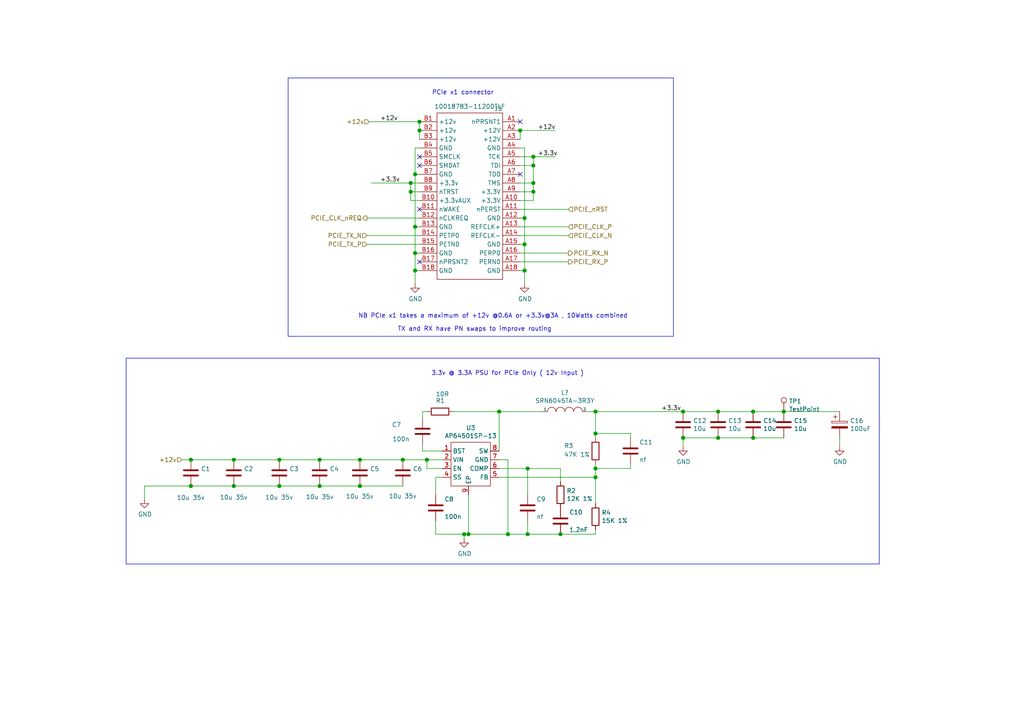
<source format=kicad_sch>
(kicad_sch (version 20250114) (generator "eeschema") (generator_version "9.0")
  (paper "A4")
  (lib_symbols
    (symbol "CM4IO:AP64351"
      (property "Reference" "U" (at 0 8.89 0))
      (property "Value" "AP64351" (at 1.27 6.35 0))
      (symbol "AP64351_0_1"
        (rectangle (start -5.08 5.08) (end 6.35 -7.62))
      )
      (symbol "AP64351_1_1"
        (pin passive line (at -7.62 2.54 0) (length 2.54) (name "BST") (number "1"))
        (pin power_in line (at -7.62 0 0) (length 2.54) (name "VIN") (number "2"))
        (pin input line (at -7.62 -2.54 0) (length 2.54) (name "EN") (number "3"))
        (pin input line (at -7.62 -5.08 0) (length 2.54) (name "SS") (number "4"))
        (pin passive line (at 0 -10.16 90) (length 2.54) (name "EP") (number "9"))
        (pin output line (at 8.89 2.54 180) (length 2.54) (name "SW") (number "8"))
        (pin power_in line (at 8.89 0 180) (length 2.54) (name "GND") (number "7"))
        (pin input line (at 8.89 -2.54 180) (length 2.54) (name "COMP") (number "6"))
        (pin input line (at 8.89 -5.08 180) (length 2.54) (name "FB") (number "5"))
      )
    )
    (symbol "CM4IO:PCIe-x1"
      (property "Reference" "J" (at -13.97 36.83 0))
      (property "Value" "PCIe-x1" (at -5.08 -13.97 0))
      (symbol "PCIe-x1_0_0"
        (pin power_in line (at -19.05 33.02 0) (length 5.08) (name "+12v") (number "B1"))
        (pin power_in line (at -19.05 30.48 0) (length 5.08) (name "+12v") (number "B2"))
        (pin power_in line (at -19.05 27.94 0) (length 5.08) (name "+12v") (number "B3"))
        (pin power_in line (at -19.05 25.4 0) (length 5.08) (name "GND") (number "B4"))
        (pin passive line (at -19.05 22.86 0) (length 5.08) (name "SMCLK") (number "B5"))
        (pin passive line (at -19.05 20.32 0) (length 5.08) (name "SMDAT") (number "B6"))
        (pin power_in line (at -19.05 17.78 0) (length 5.08) (name "GND") (number "B7"))
        (pin power_in line (at -19.05 15.24 0) (length 5.08) (name "+3.3v") (number "B8"))
        (pin input line (at -19.05 12.7 0) (length 5.08) (name "nTRST") (number "B9"))
        (pin power_in line (at -19.05 10.16 0) (length 5.08) (name "+3.3vAUX") (number "B10"))
        (pin open_collector line (at -19.05 7.62 0) (length 5.08) (name "nWAKE") (number "B11"))
        (pin open_collector line (at -19.05 5.08 0) (length 5.08) (name "nCLKREQ") (number "B12"))
        (pin power_in line (at -19.05 2.54 0) (length 5.08) (name "GND") (number "B13"))
        (pin input line (at -19.05 0 0) (length 5.08) (name "PETP0") (number "B14"))
        (pin input line (at -19.05 -2.54 0) (length 5.08) (name "PETN0") (number "B15"))
        (pin power_in line (at -19.05 -5.08 0) (length 5.08) (name "GND") (number "B16"))
        (pin passive line (at -19.05 -7.62 0) (length 5.08) (name "nPRSNT2") (number "B17"))
        (pin power_in line (at -19.05 -10.16 0) (length 5.08) (name "GND") (number "B18"))
        (pin passive line (at 10.16 33.02 180) (length 5.08) (name "nPRSNT1") (number "A1"))
        (pin power_in line (at 10.16 30.48 180) (length 5.08) (name "+12V") (number "A2"))
        (pin power_in line (at 10.16 27.94 180) (length 5.08) (name "+12V") (number "A3"))
        (pin power_in line (at 10.16 25.4 180) (length 5.08) (name "GND") (number "A4"))
        (pin input line (at 10.16 22.86 180) (length 5.08) (name "TCK") (number "A5"))
        (pin input line (at 10.16 20.32 180) (length 5.08) (name "TDI") (number "A6"))
        (pin output line (at 10.16 17.78 180) (length 5.08) (name "TD0") (number "A7"))
        (pin input line (at 10.16 15.24 180) (length 5.08) (name "TMS") (number "A8"))
        (pin power_in line (at 10.16 12.7 180) (length 5.08) (name "+3.3V") (number "A9"))
        (pin power_in line (at 10.16 10.16 180) (length 5.08) (name "+3.3V") (number "A10"))
        (pin input line (at 10.16 7.62 180) (length 5.08) (name "nPERST") (number "A11"))
        (pin power_in line (at 10.16 5.08 180) (length 5.08) (name "GND") (number "A12"))
        (pin input line (at 10.16 2.54 180) (length 5.08) (name "REFCLK+") (number "A13"))
        (pin input line (at 10.16 0 180) (length 5.08) (name "REFCLK-") (number "A14"))
        (pin power_in line (at 10.16 -2.54 180) (length 5.08) (name "GND") (number "A15"))
        (pin output line (at 10.16 -5.08 180) (length 5.08) (name "PERP0") (number "A16"))
        (pin output line (at 10.16 -7.62 180) (length 5.08) (name "PERN0") (number "A17"))
        (pin power_in line (at 10.16 -10.16 180) (length 5.08) (name "GND") (number "A18"))
      )
      (symbol "PCIe-x1_0_1"
        (rectangle (start -13.97 35.56) (end 5.08 -12.7))
      )
    )
    (symbol "Connector:TestPoint" (pin_numbers (hide yes)) (pin_names (offset 0.762) (hide yes))
      (property "Reference" "TP" (at 0 6.858 0))
      (property "Value" "TestPoint" (at 0 5.08 0))
      (symbol "TestPoint_0_1"
        (circle (center 0 3.302) (radius 0.762))
      )
      (symbol "TestPoint_1_1"
        (pin passive line (at 0 0 90) (length 2.54) (name "1") (number "1"))
      )
    )
    (symbol "Device:C" (pin_numbers (hide yes)) (pin_names (offset 0.254))
      (property "Reference" "C" (at 0.635 2.54 0))
      (property "Value" "C" (at 0.635 -2.54 0))
      (symbol "C_0_1"
        (polyline (pts (xy -2.032 0.762) (xy 2.032 0.762)) (stroke (width 0.508)))
        (polyline (pts (xy -2.032 -0.762) (xy 2.032 -0.762)) (stroke (width 0.508)))
      )
      (symbol "C_1_1"
        (pin passive line (at 0 3.81 270) (length 2.794) (name "~") (number "1"))
        (pin passive line (at 0 -3.81 90) (length 2.794) (name "~") (number "2"))
      )
    )
    (symbol "Device:CP" (pin_numbers (hide yes)) (pin_names (offset 0.254))
      (property "Reference" "C" (at 0.635 2.54 0))
      (property "Value" "CP" (at 0.635 -2.54 0))
      (symbol "CP_0_1"
        (rectangle (start -2.286 0.508) (end 2.286 1.016))
        (polyline (pts (xy -1.778 2.286) (xy -0.762 2.286)))
        (polyline (pts (xy -1.27 2.794) (xy -1.27 1.778)))
        (rectangle (start 2.286 -0.508) (end -2.286 -1.016) (fill (type outline)))
      )
      (symbol "CP_1_1"
        (pin passive line (at 0 3.81 270) (length 2.794) (name "~") (number "1"))
        (pin passive line (at 0 -3.81 90) (length 2.794) (name "~") (number "2"))
      )
    )
    (symbol "Device:R" (pin_numbers (hide yes)) (pin_names (offset 0))
      (property "Reference" "R" (at 2.032 0 90))
      (property "Value" "R" (at 0 0 90))
      (symbol "R_0_1"
        (rectangle (start -1.016 -2.54) (end 1.016 2.54) (stroke (width 0.254)))
      )
      (symbol "R_1_1"
        (pin passive line (at 0 3.81 270) (length 1.27) (name "~") (number "1"))
        (pin passive line (at 0 -3.81 90) (length 1.27) (name "~") (number "2"))
      )
    )
    (symbol "power:GND" (power) (pin_names (offset 0))
      (property "Value" "GND" (at 0 -3.81 0))
      (symbol "GND_0_1"
        (polyline (pts (xy 0 0) (xy 0 -1.27) (xy 1.27 -1.27) (xy 0 -2.54) (xy -1.27 -1.27) (xy 0 -1.27)))
      )
      (symbol "GND_1_1"
        (pin power_in line (at 0 0 270) (length 0) (hide yes) (name "GND") (number "1"))
      )
    )
    (symbol "pspice:INDUCTOR" (pin_numbers (hide yes)) (pin_names (offset 0))
      (property "Reference" "L" (at 0 2.54 0))
      (property "Value" "INDUCTOR" (at 0 -1.27 0))
      (symbol "INDUCTOR_0_1"
        (arc (start -5.08 0) (mid -3.81 1.2645) (end -2.54 0))
        (arc (start -2.54 0) (mid -1.27 1.2645) (end 0 0))
        (arc (start 0 0) (mid 1.27 1.2645) (end 2.54 0))
        (arc (start 2.54 0) (mid 3.81 1.2645) (end 5.08 0))
      )
      (symbol "INDUCTOR_1_1"
        (pin input line (at -6.35 0 0) (length 1.27) (name "1") (number "1"))
        (pin input line (at 6.35 0 180) (length 1.27) (name "2") (number "2"))
      )
    )
  )
  (text "TX and RX have PN swaps to improve routing\n" (at 115.316 96.266 0) (effects (font (size 1.27 1.27)) (justify left bottom)))
  (text "NB PCIe x1 takes a maximum of +12v @0.6A or +3.3v@3A , 10Watts combined" (at 103.886 92.456 0) (effects (font (size 1.27 1.27)) (justify left bottom)))
  (text "3.3v @ 3.3A PSU for PCIe Only ( 12v Input )\n\n" (at 125.095 111.125 0) (effects (font (size 1.27 1.27)) (justify left bottom)))
  (text "PCIe x1 connector" (at 143.256 27.686 0) (effects (font (size 1.27 1.27)) (justify right bottom)))
  (junction (at 162.56 154.94) (diameter 1.016))
  (junction (at 120.396 50.546) (diameter 1.016))
  (junction (at 172.72 135.89) (diameter 1.016))
  (junction (at 144.78 119.38) (diameter 1.016))
  (junction (at 81.026 133.35) (diameter 1.016))
  (junction (at 81.026 140.97) (diameter 1.016))
  (junction (at 123.825 133.35) (diameter 1.016))
  (junction (at 67.818 133.35) (diameter 1.016))
  (junction (at 67.818 140.97) (diameter 1.016))
  (junction (at 172.72 138.43) (diameter 1.016))
  (junction (at 172.72 119.38) (diameter 1.016))
  (junction (at 198.12 119.38) (diameter 1.016))
  (junction (at 218.44 127) (diameter 1.016))
  (junction (at 119.126 55.626) (diameter 1.016))
  (junction (at 153.035 154.94) (diameter 1.016))
  (junction (at 120.396 65.786) (diameter 1.016))
  (junction (at 55.372 140.97) (diameter 1.016))
  (junction (at 154.686 55.626) (diameter 1.016))
  (junction (at 104.394 140.97) (diameter 1.016))
  (junction (at 116.84 133.35) (diameter 1.016))
  (junction (at 152.146 70.866) (diameter 1.016))
  (junction (at 208.28 127) (diameter 1.016))
  (junction (at 208.28 119.38) (diameter 1.016))
  (junction (at 119.126 53.086) (diameter 1.016))
  (junction (at 55.372 133.35) (diameter 1.016))
  (junction (at 154.686 53.086) (diameter 1.016))
  (junction (at 227.33 119.38) (diameter 1.016))
  (junction (at 154.686 48.006) (diameter 1.016))
  (junction (at 154.686 45.466) (diameter 1.016))
  (junction (at 150.876 37.846) (diameter 1.016))
  (junction (at 120.396 73.406) (diameter 1.016))
  (junction (at 172.72 125.73) (diameter 1.016))
  (junction (at 198.12 127) (diameter 1.016))
  (junction (at 147.32 154.94) (diameter 1.016))
  (junction (at 121.666 35.306) (diameter 1.016))
  (junction (at 92.71 140.97) (diameter 1.016))
  (junction (at 152.146 63.246) (diameter 1.016))
  (junction (at 135.89 154.94) (diameter 1.016))
  (junction (at 121.666 37.846) (diameter 1.016))
  (junction (at 120.396 78.486) (diameter 1.016))
  (junction (at 104.394 133.35) (diameter 1.016))
  (junction (at 218.44 119.38) (diameter 1.016))
  (junction (at 92.71 133.35) (diameter 1.016))
  (junction (at 152.146 78.486) (diameter 1.016))
  (junction (at 153.035 135.89) (diameter 1.016))
  (junction (at 134.62 154.94) (diameter 1.016))
  (no_connect (at 121.666 45.466))
  (no_connect (at 121.666 60.706))
  (no_connect (at 150.876 50.546))
  (no_connect (at 121.666 48.006))
  (no_connect (at 121.666 75.946))
  (no_connect (at 150.876 35.306))
  (wire (pts (xy 126.365 154.94) (xy 134.62 154.94)))
  (wire (pts (xy 150.876 60.706) (xy 164.846 60.706)))
  (wire (pts (xy 154.686 53.086) (xy 154.686 55.626)))
  (wire (pts (xy 208.28 119.38) (xy 218.44 119.38)))
  (wire (pts (xy 162.56 139.7) (xy 162.56 135.89)))
  (wire (pts (xy 150.876 48.006) (xy 154.686 48.006)))
  (wire (pts (xy 227.33 119.38) (xy 243.5352 119.38)))
  (wire (pts (xy 120.396 65.786) (xy 120.396 73.406)))
  (wire (pts (xy 150.876 75.946) (xy 164.846 75.946)))
  (wire (pts (xy 121.666 63.246) (xy 106.426 63.246)))
  (wire (pts (xy 172.72 154.94) (xy 172.72 153.67)))
  (wire (pts (xy 119.126 53.086) (xy 121.666 53.086)))
  (wire (pts (xy 152.146 78.486) (xy 150.876 78.486)))
  (wire (pts (xy 150.876 40.386) (xy 150.876 37.846)))
  (wire (pts (xy 120.396 42.926) (xy 120.396 50.546)))
  (wire (pts (xy 162.56 154.94) (xy 172.72 154.94)))
  (wire (pts (xy 150.876 73.406) (xy 164.846 73.406)))
  (wire (pts (xy 182.88 125.73) (xy 182.88 127)))
  (wire (pts (xy 172.72 135.89) (xy 172.72 138.43)))
  (wire (pts (xy 152.146 63.246) (xy 152.146 70.866)))
  (wire (pts (xy 121.666 70.866) (xy 106.426 70.866)))
  (wire (pts (xy 150.876 63.246) (xy 152.146 63.246)))
  (wire (pts (xy 41.91 140.97) (xy 41.91 144.78)))
  (wire (pts (xy 120.396 50.546) (xy 120.396 65.786)))
  (polyline (pts (xy 195.326 22.606) (xy 195.326 97.536)) (stroke (width 0) (type solid)))
  (wire (pts (xy 154.686 48.006) (xy 154.686 53.086)))
  (polyline (pts (xy 83.566 22.606) (xy 195.326 22.606)) (stroke (width 0) (type solid)))
  (wire (pts (xy 52.705 133.35) (xy 55.372 133.35)))
  (wire (pts (xy 81.026 140.97) (xy 92.71 140.97)))
  (wire (pts (xy 147.32 154.94) (xy 153.035 154.94)))
  (wire (pts (xy 92.71 140.97) (xy 104.394 140.97)))
  (wire (pts (xy 104.394 140.97) (xy 116.84 140.97)))
  (wire (pts (xy 122.555 130.81) (xy 128.27 130.81)))
  (wire (pts (xy 131.445 119.38) (xy 144.78 119.38)))
  (wire (pts (xy 198.12 127) (xy 198.12 129.54)))
  (wire (pts (xy 107.061 35.306) (xy 121.666 35.306)))
  (wire (pts (xy 121.666 40.386) (xy 121.666 37.846)))
  (wire (pts (xy 67.818 140.97) (xy 81.026 140.97)))
  (wire (pts (xy 144.78 119.38) (xy 157.48 119.38)))
  (wire (pts (xy 198.12 119.38) (xy 208.28 119.38)))
  (wire (pts (xy 153.035 135.89) (xy 162.56 135.89)))
  (wire (pts (xy 119.126 55.626) (xy 119.126 58.166)))
  (wire (pts (xy 122.555 121.285) (xy 122.555 119.38)))
  (wire (pts (xy 150.876 55.626) (xy 154.686 55.626)))
  (wire (pts (xy 154.686 58.166) (xy 154.686 55.626)))
  (wire (pts (xy 172.72 119.38) (xy 172.72 125.73)))
  (polyline (pts (xy 36.576 103.886) (xy 255.016 103.886)) (stroke (width 0) (type solid)))
  (wire (pts (xy 120.396 73.406) (xy 120.396 78.486)))
  (wire (pts (xy 152.146 70.866) (xy 152.146 78.486)))
  (wire (pts (xy 153.035 135.89) (xy 153.035 143.51)))
  (wire (pts (xy 128.27 138.43) (xy 126.365 138.43)))
  (polyline (pts (xy 36.576 103.886) (xy 36.576 163.576)) (stroke (width 0) (type solid)))
  (wire (pts (xy 119.126 58.166) (xy 121.666 58.166)))
  (wire (pts (xy 218.44 119.38) (xy 227.33 119.38)))
  (wire (pts (xy 81.026 133.35) (xy 92.71 133.35)))
  (wire (pts (xy 134.62 156.21) (xy 134.62 154.94)))
  (wire (pts (xy 135.89 143.51) (xy 135.89 154.94)))
  (wire (pts (xy 135.89 154.94) (xy 147.32 154.94)))
  (polyline (pts (xy 83.566 97.536) (xy 83.566 22.606)) (stroke (width 0) (type solid)))
  (wire (pts (xy 150.876 37.846) (xy 161.036 37.846)))
  (wire (pts (xy 150.876 53.086) (xy 154.686 53.086)))
  (wire (pts (xy 123.825 133.35) (xy 128.27 133.35)))
  (wire (pts (xy 116.84 133.35) (xy 123.825 133.35)))
  (wire (pts (xy 55.372 140.97) (xy 67.818 140.97)))
  (wire (pts (xy 150.876 68.326) (xy 164.846 68.326)))
  (wire (pts (xy 134.62 154.94) (xy 135.89 154.94)))
  (wire (pts (xy 122.555 128.905) (xy 122.555 130.81)))
  (wire (pts (xy 55.372 133.35) (xy 67.818 133.35)))
  (wire (pts (xy 152.146 78.486) (xy 152.146 82.296)))
  (wire (pts (xy 154.686 45.466) (xy 154.686 48.006)))
  (wire (pts (xy 107.696 53.086) (xy 119.126 53.086)))
  (wire (pts (xy 170.18 119.38) (xy 172.72 119.38)))
  (wire (pts (xy 150.876 42.926) (xy 152.146 42.926)))
  (wire (pts (xy 172.72 135.89) (xy 182.88 135.89)))
  (wire (pts (xy 126.365 151.13) (xy 126.365 154.94)))
  (wire (pts (xy 150.876 45.466) (xy 154.686 45.466)))
  (wire (pts (xy 154.686 45.466) (xy 161.036 45.466)))
  (wire (pts (xy 227.33 127) (xy 218.44 127)))
  (wire (pts (xy 150.876 70.866) (xy 152.146 70.866)))
  (wire (pts (xy 218.44 127) (xy 208.28 127)))
  (wire (pts (xy 182.88 135.89) (xy 182.88 134.62)))
  (wire (pts (xy 172.72 134.62) (xy 172.72 135.89)))
  (wire (pts (xy 41.91 140.97) (xy 55.372 140.97)))
  (wire (pts (xy 104.394 133.35) (xy 116.84 133.35)))
  (wire (pts (xy 123.825 133.35) (xy 123.825 135.89)))
  (polyline (pts (xy 255.016 163.576) (xy 36.576 163.576)) (stroke (width 0) (type solid)))
  (wire (pts (xy 92.71 133.35) (xy 104.394 133.35)))
  (wire (pts (xy 67.818 133.35) (xy 81.026 133.35)))
  (wire (pts (xy 126.365 138.43) (xy 126.365 143.51)))
  (wire (pts (xy 208.28 127) (xy 198.12 127)))
  (wire (pts (xy 121.666 50.546) (xy 120.396 50.546)))
  (polyline (pts (xy 195.326 97.536) (xy 83.566 97.536)) (stroke (width 0) (type solid)))
  (polyline (pts (xy 255.016 103.886) (xy 255.016 163.576)) (stroke (width 0) (type solid)))
  (wire (pts (xy 150.876 58.166) (xy 154.686 58.166)))
  (wire (pts (xy 123.825 135.89) (xy 128.27 135.89)))
  (wire (pts (xy 152.146 42.926) (xy 152.146 63.246)))
  (wire (pts (xy 243.5352 127) (xy 243.5352 129.54)))
  (wire (pts (xy 120.396 78.486) (xy 121.666 78.486)))
  (wire (pts (xy 144.78 135.89) (xy 153.035 135.89)))
  (wire (pts (xy 150.876 65.786) (xy 164.846 65.786)))
  (wire (pts (xy 121.666 37.846) (xy 121.666 35.306)))
  (wire (pts (xy 120.396 78.486) (xy 120.396 82.296)))
  (wire (pts (xy 119.126 53.086) (xy 119.126 55.626)))
  (wire (pts (xy 153.035 151.13) (xy 153.035 154.94)))
  (wire (pts (xy 121.666 42.926) (xy 120.396 42.926)))
  (wire (pts (xy 121.666 68.326) (xy 106.426 68.326)))
  (wire (pts (xy 172.72 138.43) (xy 172.72 146.05)))
  (wire (pts (xy 153.035 154.94) (xy 162.56 154.94)))
  (wire (pts (xy 144.78 138.43) (xy 172.72 138.43)))
  (wire (pts (xy 144.78 133.35) (xy 147.32 133.35)))
  (wire (pts (xy 121.666 73.406) (xy 120.396 73.406)))
  (wire (pts (xy 144.78 119.38) (xy 144.78 130.81)))
  (wire (pts (xy 172.72 125.73) (xy 182.88 125.73)))
  (wire (pts (xy 172.72 125.73) (xy 172.72 127)))
  (wire (pts (xy 121.666 65.786) (xy 120.396 65.786)))
  (wire (pts (xy 147.32 133.35) (xy 147.32 154.94)))
  (wire (pts (xy 119.126 55.626) (xy 121.666 55.626)))
  (wire (pts (xy 172.72 119.38) (xy 198.12 119.38)))
  (wire (pts (xy 122.555 119.38) (xy 123.825 119.38)))
  (label "+12v" (at 110.236 35.306 0))
  (label "+3.3v" (at 155.956 45.466 0))
  (label "+12v" (at 155.956 37.846 0))
  (label "+3.3v" (at 110.236 53.086 0))
  (label "+3.3v" (at 191.77 119.38 0))
  (hierarchical_label "PCIE_RX_P" (shape output) (at 164.846 75.946 0))
  (hierarchical_label "PCIE_TX_N" (shape input) (at 106.426 68.326 180))
  (hierarchical_label "PCIE_RX_N" (shape output) (at 164.846 73.406 0))
  (hierarchical_label "+12v" (shape input) (at 52.705 133.35 180))
  (hierarchical_label "PCIE_CLK_nREQ" (shape output) (at 106.426 63.246 180))
  (hierarchical_label "PCIE_nRST" (shape input) (at 164.846 60.706 0))
  (hierarchical_label "+12v" (shape input) (at 107.061 35.306 180))
  (hierarchical_label "PCIE_CLK_P" (shape input) (at 164.846 65.786 0))
  (hierarchical_label "PCIE_TX_P" (shape input) (at 106.426 70.866 180))
  (hierarchical_label "PCIE_CLK_N" (shape input) (at 164.846 68.326 0))
  (symbol (lib_id "pspice:INDUCTOR") (at 163.83 119.38 0) (unit 1)
    (property "Reference" "L?" (at 163.83 113.919 0))
    (property "Value" "SRN6045TA-3R3Y" (at 163.83 116.2304 0))
    (property "Footprint" "Inductor_SMD:L_Bourns_SRN6045TA" (effects (hide yes)))
    (property "Datasheet" "https://www.bourns.com/docs/Product-Datasheets/SRN6045TA.pdf" (effects (hide yes)))
    (property "Field4" "Farnell" (effects (hide yes)))
    (property "Field5" "2616889" (effects (hide yes)))
    (property "Field6" "SRN6045TA-3R3Y" (effects (hide yes)))
    (property "Field7" "Bourns" (effects (hide yes)))
    (property "Part Description" "3.3µH Semi-Shielded Wirewound Inductor 7.8A 21mOhm Nonstandard" (effects (hide yes)))
  )
  (symbol (lib_id "Device:R") (at 162.56 143.51 0) (unit 1)
    (property "Reference" "R2" (at 164.338 142.3416 0) (effects (justify left)))
    (property "Value" "12K 1%" (at 164.338 144.653 0) (effects (justify left)))
    (property "Footprint" "Resistor_SMD:R_0402_1005Metric" (effects (hide yes)))
    (property "Datasheet" "https://fscdn.rohm.com/en/products/databook/datasheet/passive/resistor/chip_resistor/mcr-e.pdf" (effects (hide yes)))
    (property "Field4" "Farnell" (effects (hide yes)))
    (property "Field5" "9239367" (effects (hide yes)))
    (property "Field7" "Rohm" (effects (hide yes)))
    (property "Field6" "MCR01MZPF1202" (effects (hide yes)))
    (property "Part Description" "Resistor 12K M1005 1% 63mW" (effects (hide yes)))
  )
  (symbol (lib_id "Device:C") (at 182.88 130.81 0) (unit 1)
    (property "Reference" "C11" (at 185.42 128.27 0) (effects (justify left)))
    (property "Value" "nf" (at 185.42 133.35 0) (effects (justify left)))
    (property "Footprint" "Capacitor_SMD:C_0402_1005Metric" (effects (hide yes)))
    (property "Datasheet" "https://search.murata.co.jp/Ceramy/image/img/A01X/G101/ENG/GJM1555C1H270JB01-01.pdf" (effects (hide yes)))
    (property "Field4" "Digikey" (effects (hide yes)))
    (property "Field5" "	490-17672-2-ND" (effects (hide yes)))
    (property "Field6" "GJM1555C1H270JB01D" (effects (hide yes)))
    (property "Field7" "Murata" (effects (hide yes)))
    (property "Part Description" "	27pF 5% 50V Ceramic Capacitor C0G, NP0 0402 (1005 Metric)" (effects (hide yes)))
  )
  (symbol (lib_id "CM4IO:PCIe-x1") (at 140.716 68.326 0) (unit 1)
    (property "Reference" "J5" (at 144.526 31.496 0))
    (property "Value" "10018783-11200TLF" (at 136.271 30.8864 0))
    (property "Footprint" "CM4IO:PCIex1-36" (effects (hide yes)))
    (property "Datasheet" "https://www.mouser.co.uk/datasheet/2/18/10018783-1525093.pdf" (effects (hide yes)))
    (property "Field4" "Mouser" (effects (hide yes)))
    (property "Field5" "649-10018783-1200TLF" (effects (hide yes)))
    (property "Part Description" "PCI Express/PCI Connectors PCIE THROUGH HOLE 36P" (effects (hide yes)))
    (property "Field6" "10018783-11200TLF" (effects (hide yes)))
    (property "Field7" "Amphenol FCI" (effects (hide yes)))
  )
  (symbol (lib_id "Device:C") (at 81.026 137.16 0) (unit 1)
    (property "Reference" "C3" (at 83.947 135.9916 0) (effects (justify left)))
    (property "Value" "10u 35v" (at 76.9112 144.2466 0) (effects (justify left)))
    (property "Footprint" "Capacitor_SMD:C_0805_2012Metric" (effects (hide yes)))
    (property "Datasheet" "https://www.murata.com/en-global/products/productdetail.aspx?partno=GRM21BC8YA106ME11%23" (effects (hide yes)))
    (property "Field5" "490-10505-1-ND" (effects (hide yes)))
    (property "Field4" "Digikey" (effects (hide yes)))
    (property "Field6" "GRM21BC8YA106KE11L " (effects (hide yes)))
    (property "Field7" "Murata" (effects (hide yes)))
    (property "Part Description" "	10uF 10% or 20% 35V Ceramic Capacitor X6S 0805 (2012 Metric)" (effects (hide yes)))
  )
  (symbol (lib_id "Device:C") (at 153.035 147.32 0) (unit 1)
    (property "Reference" "C9" (at 155.575 144.78 0) (effects (justify left)))
    (property "Value" "nf" (at 155.575 149.86 0) (effects (justify left)))
    (property "Footprint" "Capacitor_SMD:C_0402_1005Metric" (effects (hide yes)))
  )
  (symbol (lib_id "Device:C") (at 126.365 147.32 0) (unit 1)
    (property "Reference" "C8" (at 128.905 144.78 0) (effects (justify left)))
    (property "Value" "100n" (at 128.905 149.86 0) (effects (justify left)))
    (property "Footprint" "Capacitor_SMD:C_0402_1005Metric" (effects (hide yes)))
    (property "Datasheet" "https://search.murata.co.jp/Ceramy/image/img/A01X/G101/ENG/GRM155R71C104KA88-01.pdf" (effects (hide yes)))
    (property "Field4" "Farnell" (effects (hide yes)))
    (property "Field5" "2611911" (effects (hide yes)))
    (property "Field6" "RM EMK105 B7104KV-F" (effects (hide yes)))
    (property "Field7" "TAIYO YUDEN EUROPE GMBH" (effects (hide yes)))
    (property "Part Description" "	0.1uF 10% 16V Ceramic Capacitor X7R 0402 (1005 Metric)" (effects (hide yes)))
    (property "Field8" "110091611" (effects (hide yes)))
  )
  (symbol (lib_id "CM4IO:AP64351") (at 135.89 133.35 0) (unit 1)
    (property "Reference" "U3" (at 136.525 124.1044 0))
    (property "Value" "AP64501SP-13" (at 136.525 126.4158 0))
    (property "Footprint" "CM4IO:SOIC-8-1EP_3.9x4.9mm_P1.27mm_EP2.95x4.9mm_Mask2.71x3.4mm_ThermalVias" (effects (hide yes)))
    (property "Datasheet" "https://www.diodes.com/assets/Datasheets/AP64501.pdf" (effects (hide yes)))
    (property "Field4" "Digikey" (effects (hide yes)))
    (property "Field5" "31-AP64501SP-13CT-ND" (effects (hide yes)))
    (property "Field6" "AP64501SP-13" (effects (hide yes)))
    (property "Field7" "Diodes" (effects (hide yes)))
    (property "Part Description" "Buck Switching Regulator IC Positive Adjustable 0.8V 1 Output 5A 8-SOIC (0.154\", 3.90mm Width) Exposed Pad" (effects (hide yes)))
  )
  (symbol (lib_id "Device:R") (at 172.72 149.86 0) (unit 1)
    (property "Reference" "R4" (at 174.498 148.6916 0) (effects (justify left)))
    (property "Value" "15K 1%" (at 174.498 151.003 0) (effects (justify left)))
    (property "Footprint" "Resistor_SMD:R_0402_1005Metric" (effects (hide yes)))
    (property "Datasheet" "https://fscdn.rohm.com/en/products/databook/datasheet/passive/resistor/chip_resistor/mcr-e.pdf" (effects (hide yes)))
    (property "Field4" "Farnell" (effects (hide yes)))
    (property "Field5" "9239375" (effects (hide yes)))
    (property "Field6" "MCR01MZPF1502" (effects (hide yes)))
    (property "Field7" "Rohm" (effects (hide yes)))
    (property "Part Description" "Resistor 15K M1005 1% 63mW" (effects (hide yes)))
    (property "Field8" "120891581" (effects (hide yes)))
  )
  (symbol (lib_id "Device:R") (at 172.72 130.81 0) (unit 1)
    (property "Reference" "R3" (at 163.576 129.286 0) (effects (justify left)))
    (property "Value" "47K 1%" (at 163.576 131.826 0) (effects (justify left)))
    (property "Footprint" "Resistor_SMD:R_0402_1005Metric" (effects (hide yes)))
    (property "Datasheet" "https://fscdn.rohm.com/en/products/databook/datasheet/passive/resistor/chip_resistor/mcr-e.pdf" (effects (hide yes)))
    (property "Field4" "Farnell" (effects (hide yes)))
    (property "Field5" "9239430" (effects (hide yes)))
    (property "Field7" "KOA EUROPE GMBH" (effects (hide yes)))
    (property "Field6" "RK73G1ETQTP4702D  " (effects (hide yes)))
    (property "Part Description" "Resistor 47K M1005 1% 63mW" (effects (hide yes)))
    (property "Field8" "120892781" (effects (hide yes)))
  )
  (symbol (lib_id "Device:CP") (at 243.5352 123.19 0) (unit 1)
    (property "Reference" "C16" (at 246.5326 122.0474 0) (effects (justify left)))
    (property "Value" "100uF" (at 246.532 124.333 0) (effects (justify left)))
    (property "Footprint" "Capacitor_Tantalum_SMD:CP_EIA-7343-31_Kemet-D" (effects (hide yes)))
    (property "Field4" "Mouser" (effects (hide yes)))
    (property "Field5" "667-EEF-CX0J101R" (effects (hide yes)))
    (property "Part Description" "Capacitor, SP-Cap, 100u, 6.3V, 15mR ESR" (effects (hide yes)))
  )
  (symbol (lib_id "power:GND") (at 152.146 82.296 0) (unit 1)
    (property "Reference" "#PWR016" (effects (hide yes)))
    (property "Value" "GND" (at 152.273 86.6902 0))
  )
  (symbol (lib_id "Device:C") (at 162.56 151.13 0) (unit 1)
    (property "Reference" "C10" (at 165.1 148.59 0) (effects (justify left)))
    (property "Value" "1.2nF" (at 165.1 153.67 0) (effects (justify left)))
    (property "Footprint" "Capacitor_SMD:C_0402_1005Metric" (effects (hide yes)))
    (property "Datasheet" "http://www.farnell.com/datasheets/2734135.pdf?_ga=2.259347658.1738794919.1588350964-1787849031.1568210898&_gac=1.15394434.1588350964.EAIaIQobChMIgrHHs4yT6QIVxevtCh39TA_nEAAYASAAEgK8PfD_BwE" (effects (hide yes)))
    (property "Field4" "Digikey" (effects (hide yes)))
    (property "Field5" "490-16429-1-ND" (effects (hide yes)))
    (property "Field6" "GCM155R71H122KA37D" (effects (hide yes)))
    (property "Field7" "Murata" (effects (hide yes)))
    (property "Part Description" "1200pF 10% 10V Ceramic Capacitor X5R 0402 (1005 Metric)" (effects (hide yes)))
  )
  (symbol (lib_id "Device:C") (at 55.372 137.16 0) (unit 1)
    (property "Reference" "C1" (at 58.293 135.9916 0) (effects (justify left)))
    (property "Value" "10u 35v" (at 51.2826 144.3228 0) (effects (justify left)))
    (property "Footprint" "Capacitor_SMD:C_0805_2012Metric" (effects (hide yes)))
    (property "Datasheet" "https://www.murata.com/en-global/products/productdetail.aspx?partno=GRM21BC8YA106ME11%23" (effects (hide yes)))
    (property "Field5" "490-10505-1-ND" (effects (hide yes)))
    (property "Field4" "Digikey" (effects (hide yes)))
    (property "Field6" "GRM21BC8YA106KE11L " (effects (hide yes)))
    (property "Field7" "Murata" (effects (hide yes)))
    (property "Part Description" "	10uF 10% or 20% 35V Ceramic Capacitor X6S 0805 (2012 Metric)" (effects (hide yes)))
  )
  (symbol (lib_id "Connector:TestPoint") (at 227.33 119.38 0) (unit 1)
    (property "Reference" "TP1" (at 228.8032 116.3828 0) (effects (justify left)))
    (property "Value" "TestPoint" (at 228.8032 118.6942 0) (effects (justify left)))
    (property "Footprint" "TestPoint:TestPoint_Pad_2.0x2.0mm" (effects (hide yes)))
    (property "Field4" "nf" (effects (hide yes)))
    (property "Field5" "nf" (effects (hide yes)))
    (property "Field6" "nf" (effects (hide yes)))
    (property "Field7" "nf" (effects (hide yes)))
  )
  (symbol (lib_id "Device:C") (at 104.394 137.16 0) (unit 1)
    (property "Reference" "C5" (at 107.315 135.9916 0) (effects (justify left)))
    (property "Value" "10u 35v" (at 100.2792 143.9672 0) (effects (justify left)))
    (property "Footprint" "Capacitor_SMD:C_0805_2012Metric" (effects (hide yes)))
    (property "Datasheet" "https://www.murata.com/en-global/products/productdetail.aspx?partno=GRM21BC8YA106ME11%23" (effects (hide yes)))
    (property "Field5" "490-10505-1-ND" (effects (hide yes)))
    (property "Field4" "Digikey" (effects (hide yes)))
    (property "Field6" "GRM21BC8YA106KE11L " (effects (hide yes)))
    (property "Field7" "Murata" (effects (hide yes)))
    (property "Part Description" "	10uF 10% or 20% 35V Ceramic Capacitor X6S 0805 (2012 Metric)" (effects (hide yes)))
  )
  (symbol (lib_id "Device:C") (at 218.44 123.19 0) (unit 1)
    (property "Reference" "C14" (at 221.361 122.0216 0) (effects (justify left)))
    (property "Value" "10u" (at 221.361 124.333 0) (effects (justify left)))
    (property "Footprint" "Capacitor_SMD:C_0805_2012Metric" (effects (hide yes)))
    (property "Datasheet" "https://search.murata.co.jp/Ceramy/image/img/A01X/G101/ENG/GRM21BR71A106KA73-01.pdf" (effects (hide yes)))
    (property "Field5" "490-14381-1-ND" (effects (hide yes)))
    (property "Field4" "Digikey" (effects (hide yes)))
    (property "Field6" "GRM21BR71A106KA73L" (effects (hide yes)))
    (property "Field7" "Murata" (effects (hide yes)))
    (property "Part Description" "	10uF 10% 10V Ceramic Capacitor X7R 0805 (2012 Metric)" (effects (hide yes)))
    (property "Field8" "111893011" (effects (hide yes)))
  )
  (symbol (lib_id "Device:C") (at 208.28 123.19 0) (unit 1)
    (property "Reference" "C13" (at 211.201 122.0216 0) (effects (justify left)))
    (property "Value" "10u" (at 211.201 124.333 0) (effects (justify left)))
    (property "Footprint" "Capacitor_SMD:C_0805_2012Metric" (effects (hide yes)))
    (property "Datasheet" "https://search.murata.co.jp/Ceramy/image/img/A01X/G101/ENG/GRM21BR71A106KA73-01.pdf" (effects (hide yes)))
    (property "Field5" "490-14381-1-ND" (effects (hide yes)))
    (property "Field4" "Digikey" (effects (hide yes)))
    (property "Field6" "GRM21BR71A106KA73L" (effects (hide yes)))
    (property "Field7" "Murata" (effects (hide yes)))
    (property "Part Description" "	10uF 10% 10V Ceramic Capacitor X7R 0805 (2012 Metric)" (effects (hide yes)))
    (property "Field8" "111893011" (effects (hide yes)))
  )
  (symbol (lib_id "Device:C") (at 116.84 137.16 0) (unit 1)
    (property "Reference" "C6" (at 119.761 135.9916 0) (effects (justify left)))
    (property "Value" "10u 35v" (at 112.7252 143.891 0) (effects (justify left)))
    (property "Footprint" "Capacitor_SMD:C_0805_2012Metric" (effects (hide yes)))
    (property "Datasheet" "https://www.murata.com/en-global/products/productdetail.aspx?partno=GRM21BC8YA106ME11%23" (effects (hide yes)))
    (property "Field5" "490-10505-1-ND" (effects (hide yes)))
    (property "Field4" "Digikey" (effects (hide yes)))
    (property "Field6" "GRM21BC8YA106KE11L " (effects (hide yes)))
    (property "Field7" "Murata" (effects (hide yes)))
    (property "Part Description" "	10uF 10% or 20% 35V Ceramic Capacitor X6S 0805 (2012 Metric)" (effects (hide yes)))
  )
  (symbol (lib_id "Device:R") (at 127.635 119.38 270) (unit 1)
    (property "Reference" "R1" (at 126.365 116.205 90) (effects (justify left)))
    (property "Value" "10R" (at 126.365 114.3 90) (effects (justify left)))
    (property "Footprint" "Resistor_SMD:R_0402_1005Metric" (effects (hide yes)))
    (property "Datasheet" "https://fscdn.rohm.com/en/products/databook/datasheet/passive/resistor/chip_resistor/mcr-e.pdf" (effects (hide yes)))
    (property "Field4" "Farnell" (effects (hide yes)))
    (property "Field5" "9238999" (effects (hide yes)))
    (property "Field7" "Yageo" (effects (hide yes)))
    (property "Field6" "RC0402FR-0710RL" (effects (hide yes)))
    (property "Field8" "URES00256" (effects (hide yes)))
    (property "Part Description" "Resistor 10R M1005 1% 63mW" (effects (hide yes)))
  )
  (symbol (lib_id "Device:C") (at 198.12 123.19 0) (unit 1)
    (property "Reference" "C12" (at 201.041 122.0216 0) (effects (justify left)))
    (property "Value" "10u" (at 201.041 124.333 0) (effects (justify left)))
    (property "Footprint" "Capacitor_SMD:C_0805_2012Metric" (effects (hide yes)))
    (property "Datasheet" "https://search.murata.co.jp/Ceramy/image/img/A01X/G101/ENG/GRM21BR71A106KA73-01.pdf" (effects (hide yes)))
    (property "Field5" "490-14381-1-ND" (effects (hide yes)))
    (property "Field4" "Digikey" (effects (hide yes)))
    (property "Field6" "GRM21BR71A106KA73L" (effects (hide yes)))
    (property "Field7" "Murata" (effects (hide yes)))
    (property "Part Description" "	10uF 10% 10V Ceramic Capacitor X7R 0805 (2012 Metric)" (effects (hide yes)))
    (property "Field8" "111893011" (effects (hide yes)))
  )
  (symbol (lib_id "power:GND") (at 120.396 82.296 0) (unit 1)
    (property "Reference" "#PWR014" (effects (hide yes)))
    (property "Value" "GND" (at 120.523 86.6902 0))
  )
  (symbol (lib_id "Device:C") (at 227.33 123.19 0) (unit 1)
    (property "Reference" "C15" (at 230.251 122.0216 0) (effects (justify left)))
    (property "Value" "10u" (at 230.251 124.333 0) (effects (justify left)))
    (property "Footprint" "Capacitor_SMD:C_0805_2012Metric" (effects (hide yes)))
    (property "Datasheet" "https://search.murata.co.jp/Ceramy/image/img/A01X/G101/ENG/GRM21BR71A106KA73-01.pdf" (effects (hide yes)))
    (property "Field5" "490-14381-1-ND" (effects (hide yes)))
    (property "Field4" "Digikey" (effects (hide yes)))
    (property "Field6" "GRM21BR71A106KA73L" (effects (hide yes)))
    (property "Field7" "Murata" (effects (hide yes)))
    (property "Part Description" "	10uF 10% 10V Ceramic Capacitor X7R 0805 (2012 Metric)" (effects (hide yes)))
    (property "Field8" "111893011" (effects (hide yes)))
  )
  (symbol (lib_id "power:GND") (at 41.91 144.78 0) (unit 1)
    (property "Reference" "#PWR013" (effects (hide yes)))
    (property "Value" "GND" (at 42.037 149.1742 0))
  )
  (symbol (lib_id "power:GND") (at 134.62 156.21 0) (unit 1)
    (property "Reference" "#PWR015" (effects (hide yes)))
    (property "Value" "GND" (at 134.747 160.6042 0))
  )
  (symbol (lib_id "Device:C") (at 122.555 125.095 0) (unit 1)
    (property "Reference" "C7" (at 113.665 123.19 0) (effects (justify left)))
    (property "Value" "100n" (at 113.8174 127.3556 0) (effects (justify left)))
    (property "Footprint" "Capacitor_SMD:C_0402_1005Metric" (effects (hide yes)))
    (property "Datasheet" "https://search.murata.co.jp/Ceramy/image/img/A01X/G101/ENG/GRM155R71C104KA88-01.pdf" (effects (hide yes)))
    (property "Field4" "Farnell" (effects (hide yes)))
    (property "Field5" "2611911" (effects (hide yes)))
    (property "Field6" "RM EMK105 B7104KV-F" (effects (hide yes)))
    (property "Field7" "TAIYO YUDEN EUROPE GMBH" (effects (hide yes)))
    (property "Part Description" "	0.1uF 10% 16V Ceramic Capacitor X7R 0402 (1005 Metric)" (effects (hide yes)))
    (property "Field8" "110091611" (effects (hide yes)))
  )
  (symbol (lib_id "Device:C") (at 92.71 137.16 0) (unit 1)
    (property "Reference" "C4" (at 95.631 135.9916 0) (effects (justify left)))
    (property "Value" "10u 35v" (at 88.6714 144.1196 0) (effects (justify left)))
    (property "Footprint" "Capacitor_SMD:C_0805_2012Metric" (effects (hide yes)))
    (property "Datasheet" "https://www.murata.com/en-global/products/productdetail.aspx?partno=GRM21BC8YA106ME11%23" (effects (hide yes)))
    (property "Field5" "490-10505-1-ND" (effects (hide yes)))
    (property "Field4" "Digikey" (effects (hide yes)))
    (property "Field6" "GRM21BC8YA106KE11L " (effects (hide yes)))
    (property "Field7" "Murata" (effects (hide yes)))
    (property "Part Description" "	10uF 10% or 20% 35V Ceramic Capacitor X6S 0805 (2012 Metric)" (effects (hide yes)))
  )
  (symbol (lib_id "power:GND") (at 198.12 129.54 0) (unit 1)
    (property "Reference" "#PWR017" (effects (hide yes)))
    (property "Value" "GND" (at 198.247 133.9342 0))
  )
  (symbol (lib_id "power:GND") (at 243.5352 129.54 0) (unit 1)
    (property "Reference" "#PWR018" (effects (hide yes)))
    (property "Value" "GND" (at 243.6622 133.9342 0))
  )
  (symbol (lib_id "Device:C") (at 67.818 137.16 0) (unit 1)
    (property "Reference" "C2" (at 70.739 135.9916 0) (effects (justify left)))
    (property "Value" "10u 35v" (at 63.7286 144.2466 0) (effects (justify left)))
    (property "Footprint" "Capacitor_SMD:C_0805_2012Metric" (effects (hide yes)))
    (property "Datasheet" "https://www.murata.com/en-global/products/productdetail.aspx?partno=GRM21BC8YA106ME11%23" (effects (hide yes)))
    (property "Field5" "490-10505-1-ND" (effects (hide yes)))
    (property "Field4" "Digikey" (effects (hide yes)))
    (property "Field6" "GRM21BC8YA106KE11L " (effects (hide yes)))
    (property "Field7" "Murata" (effects (hide yes)))
    (property "Part Description" "	10uF 10% or 20% 35V Ceramic Capacitor X6S 0805 (2012 Metric)" (effects (hide yes)))
  )
)
</source>
